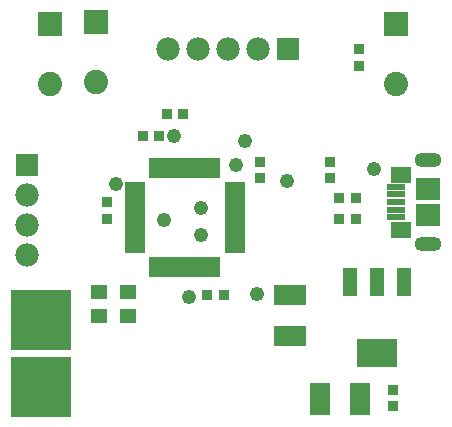
<source format=gts>
%FSLAX25Y25*%
%MOIN*%
G70*
G01*
G75*
G04 Layer_Color=8388736*
%ADD10R,0.05709X0.04528*%
%ADD11R,0.07480X0.06890*%
%ADD12R,0.05512X0.01575*%
%ADD13R,0.01100X0.05800*%
%ADD14R,0.05800X0.01100*%
%ADD15R,0.03937X0.08661*%
%ADD16R,0.12992X0.08661*%
%ADD17R,0.10000X0.06000*%
%ADD18R,0.03000X0.03000*%
%ADD19R,0.03000X0.03000*%
%ADD20R,0.06000X0.10000*%
%ADD21R,0.05000X0.04000*%
%ADD22C,0.01000*%
%ADD23C,0.02000*%
%ADD24C,0.02500*%
%ADD25C,0.00800*%
%ADD26R,0.20000X0.20000*%
%ADD27C,0.07284*%
%ADD28R,0.07284X0.07284*%
%ADD29O,0.08268X0.04134*%
%ADD30C,0.07000*%
%ADD31R,0.07000X0.07000*%
%ADD32R,0.07000X0.07000*%
%ADD33C,0.04000*%
%ADD34C,0.00984*%
%ADD35C,0.00787*%
%ADD36C,0.00400*%
%ADD37C,0.00600*%
%ADD38C,0.00500*%
%ADD39C,0.01500*%
%ADD40R,0.09962X0.10000*%
%ADD41R,0.10000X0.09962*%
%ADD42R,0.20000X0.20500*%
%ADD43R,0.06509X0.05328*%
%ADD44R,0.08280X0.07690*%
%ADD45R,0.06312X0.02375*%
%ADD46R,0.01900X0.06600*%
%ADD47R,0.06600X0.01900*%
%ADD48R,0.04737X0.09461*%
%ADD49R,0.13792X0.09461*%
%ADD50R,0.10800X0.06800*%
%ADD51R,0.03800X0.03800*%
%ADD52R,0.03800X0.03800*%
%ADD53R,0.06800X0.10800*%
%ADD54R,0.05800X0.04800*%
%ADD55C,0.08083*%
%ADD56R,0.08083X0.08083*%
%ADD57O,0.09068X0.04934*%
%ADD58C,0.07800*%
%ADD59R,0.07800X0.07800*%
%ADD60R,0.07800X0.07800*%
%ADD61C,0.04800*%
D26*
X115500Y114000D02*
D03*
D42*
Y136250D02*
D03*
D43*
X235720Y184705D02*
D03*
Y166437D02*
D03*
D44*
X244500Y180000D02*
D03*
Y171142D02*
D03*
D45*
X234067Y180689D02*
D03*
Y178130D02*
D03*
Y175571D02*
D03*
Y173012D02*
D03*
Y170453D02*
D03*
D46*
X152700Y187100D02*
D03*
X154600D02*
D03*
X156600D02*
D03*
X158600D02*
D03*
X160500D02*
D03*
X162500D02*
D03*
X164500D02*
D03*
X166500D02*
D03*
X168400D02*
D03*
X170400D02*
D03*
X172400D02*
D03*
X174300D02*
D03*
Y153900D02*
D03*
X172400D02*
D03*
X170400D02*
D03*
X168400D02*
D03*
X166500D02*
D03*
X164500D02*
D03*
X162500D02*
D03*
X160500D02*
D03*
X158600D02*
D03*
X156600D02*
D03*
X154600D02*
D03*
X152700D02*
D03*
D47*
X180100Y181300D02*
D03*
Y179400D02*
D03*
Y177400D02*
D03*
Y175400D02*
D03*
Y173500D02*
D03*
Y171500D02*
D03*
Y169500D02*
D03*
Y167500D02*
D03*
Y165600D02*
D03*
Y163600D02*
D03*
Y161600D02*
D03*
Y159700D02*
D03*
X146900D02*
D03*
Y161600D02*
D03*
Y163600D02*
D03*
Y165600D02*
D03*
Y167500D02*
D03*
Y169500D02*
D03*
Y171500D02*
D03*
Y173500D02*
D03*
Y175400D02*
D03*
Y177400D02*
D03*
Y179400D02*
D03*
Y181300D02*
D03*
D48*
X236555Y148811D02*
D03*
X227500D02*
D03*
X218445D02*
D03*
D49*
X227500Y125189D02*
D03*
D50*
X198500Y131000D02*
D03*
Y144500D02*
D03*
D51*
X137500Y170000D02*
D03*
Y175500D02*
D03*
X188500Y189000D02*
D03*
Y183500D02*
D03*
X221500Y221000D02*
D03*
Y226500D02*
D03*
X233000Y107500D02*
D03*
Y113000D02*
D03*
X212000Y189000D02*
D03*
Y183500D02*
D03*
D52*
X176500Y144500D02*
D03*
X171000D02*
D03*
X157500Y205000D02*
D03*
X163000D02*
D03*
X220500Y170000D02*
D03*
X215000D02*
D03*
X220500Y177000D02*
D03*
X215000D02*
D03*
X149500Y197500D02*
D03*
X155000D02*
D03*
D53*
X222000Y110000D02*
D03*
X208500D02*
D03*
D54*
X144500Y145500D02*
D03*
Y137500D02*
D03*
X135000Y145500D02*
D03*
Y137500D02*
D03*
D55*
X118500Y215000D02*
D03*
X134000Y215500D02*
D03*
X234000Y215000D02*
D03*
D56*
X118500Y235000D02*
D03*
X134000Y235500D02*
D03*
X234000Y235000D02*
D03*
D57*
X244500Y189646D02*
D03*
Y161496D02*
D03*
D58*
X158000Y226500D02*
D03*
X168000Y226500D02*
D03*
X188000Y226500D02*
D03*
X178000Y226500D02*
D03*
X111000Y158000D02*
D03*
X111000Y178000D02*
D03*
X111000Y168000D02*
D03*
D59*
X198000Y226500D02*
D03*
D60*
X111000Y188000D02*
D03*
D61*
X160000Y197500D02*
D03*
X140500Y181500D02*
D03*
X165000Y144000D02*
D03*
X187500Y145000D02*
D03*
X180500Y188000D02*
D03*
X156500Y169500D02*
D03*
X183500Y196000D02*
D03*
X197500Y182500D02*
D03*
X169000Y164500D02*
D03*
Y173500D02*
D03*
X226500Y186500D02*
D03*
M02*

</source>
